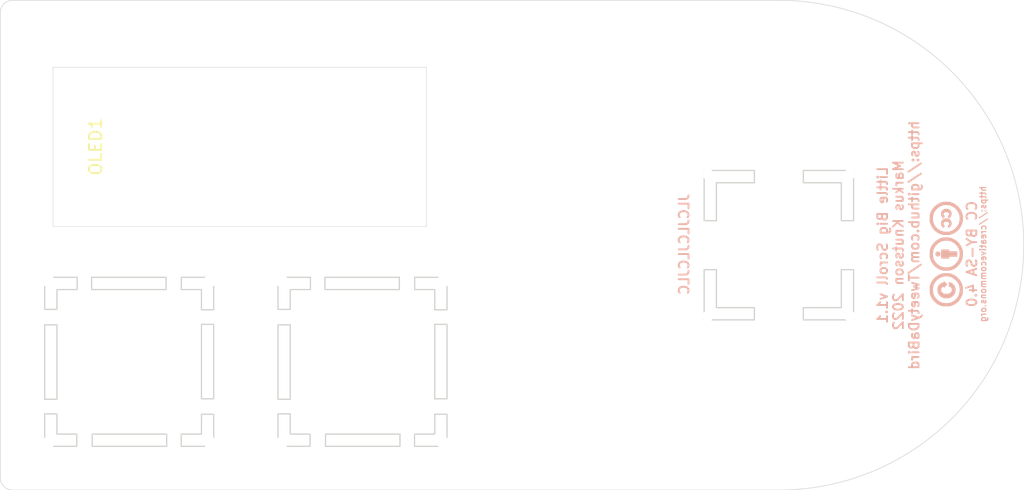
<source format=kicad_pcb>
(kicad_pcb (version 20171130) (host pcbnew "(5.1.9)-1")

  (general
    (thickness 1.6)
    (drawings 15)
    (tracks 0)
    (zones 0)
    (modules 9)
    (nets 1)
  )

  (page A4)
  (title_block
    (title "Little Big Scroll")
    (date 2021-11-30)
    (rev v1.0)
    (company "Markus Knutsson <markus.knutsson@tweety.se>")
    (comment 1 https://github.com/TweetyDaBird)
    (comment 2 "Licensed under Creative Commons Attribution-ShareAlike 4.0 International")
  )

  (layers
    (0 F.Cu signal)
    (31 B.Cu signal)
    (32 B.Adhes user hide)
    (33 F.Adhes user hide)
    (34 B.Paste user hide)
    (35 F.Paste user hide)
    (36 B.SilkS user)
    (37 F.SilkS user)
    (38 B.Mask user hide)
    (39 F.Mask user hide)
    (40 Dwgs.User user hide)
    (41 Cmts.User user hide)
    (42 Eco1.User user hide)
    (43 Eco2.User user hide)
    (44 Edge.Cuts user)
    (45 Margin user hide)
    (46 B.CrtYd user hide)
    (47 F.CrtYd user hide)
    (48 B.Fab user hide)
    (49 F.Fab user hide)
  )

  (setup
    (last_trace_width 0.25)
    (trace_clearance 0.2)
    (zone_clearance 0.508)
    (zone_45_only yes)
    (trace_min 0.2)
    (via_size 0.8)
    (via_drill 0.4)
    (via_min_size 0.4)
    (via_min_drill 0.3)
    (uvia_size 0.3)
    (uvia_drill 0.1)
    (uvias_allowed no)
    (uvia_min_size 0.2)
    (uvia_min_drill 0.1)
    (edge_width 0.05)
    (segment_width 0.2)
    (pcb_text_width 0.3)
    (pcb_text_size 1.5 1.5)
    (mod_edge_width 0.12)
    (mod_text_size 1 1)
    (mod_text_width 0.15)
    (pad_size 1.524 1.524)
    (pad_drill 0.762)
    (pad_to_mask_clearance 0)
    (aux_axis_origin 0 0)
    (visible_elements 7FFFFFFF)
    (pcbplotparams
      (layerselection 0x010fc_ffffffff)
      (usegerberextensions true)
      (usegerberattributes true)
      (usegerberadvancedattributes false)
      (creategerberjobfile false)
      (excludeedgelayer true)
      (linewidth 0.100000)
      (plotframeref false)
      (viasonmask false)
      (mode 1)
      (useauxorigin false)
      (hpglpennumber 1)
      (hpglpenspeed 20)
      (hpglpendiameter 15.000000)
      (psnegative false)
      (psa4output false)
      (plotreference true)
      (plotvalue false)
      (plotinvisibletext false)
      (padsonsilk false)
      (subtractmaskfromsilk true)
      (outputformat 1)
      (mirror false)
      (drillshape 0)
      (scaleselection 1)
      (outputdirectory "Gerbers/"))
  )

  (net 0 "")

  (net_class Default "This is the default net class."
    (clearance 0.2)
    (trace_width 0.25)
    (via_dia 0.8)
    (via_drill 0.4)
    (uvia_dia 0.3)
    (uvia_drill 0.1)
  )

  (net_class VCC ""
    (clearance 0.2)
    (trace_width 0.45)
    (via_dia 0.8)
    (via_drill 0.4)
    (uvia_dia 0.3)
    (uvia_drill 0.1)
  )

  (module "Keyboard Library:RotaryEncoder_PlateHole_Breakoff" (layer F.Cu) (tedit 61D60BF9) (tstamp 619F23CE)
    (at 219.38 111.555 90)
    (descr "Alps rotary encoder, EC12E... with switch, vertical shaft, http://www.alps.com/prod/info/E/HTML/Encoder/Incremental/EC11/EC11E15204A3.html")
    (tags "rotary encoder")
    (path /61F0CC2E)
    (fp_text reference SW7 (at -4.7 -7.2 -90) (layer F.Fab)
      (effects (font (size 1 1) (thickness 0.15)))
    )
    (fp_text value Rotary_Encoder_Switch (at 0 7.9 -90) (layer F.Fab)
      (effects (font (size 1 1) (thickness 0.15)))
    )
    (fp_line (start 2 -6.1) (end 6.1 -6.1) (layer Edge.Cuts) (width 0.1))
    (fp_line (start 2 -6.1) (end 2 -5.1) (layer Edge.Cuts) (width 0.1))
    (fp_line (start 2 -5.1) (end 5.1 -5.1) (layer Edge.Cuts) (width 0.1))
    (fp_line (start -2 -6.1) (end -6.1 -6.1) (layer Edge.Cuts) (width 0.1))
    (fp_line (start -2 -5.1) (end -5.1 -5.1) (layer Edge.Cuts) (width 0.1))
    (fp_line (start -2 -5.1) (end -2 -6.1) (layer Edge.Cuts) (width 0.1))
    (fp_line (start 2 5.1) (end 5.1 5.1) (layer Edge.Cuts) (width 0.1))
    (fp_line (start 2 6.1) (end 6.1 6.1) (layer Edge.Cuts) (width 0.1))
    (fp_line (start 2 5.1) (end 2 6.1) (layer Edge.Cuts) (width 0.1))
    (fp_line (start -2 5.1) (end -5.1 5.1) (layer Edge.Cuts) (width 0.1))
    (fp_line (start -2 6.1) (end -6.1 6.1) (layer Edge.Cuts) (width 0.1))
    (fp_line (start -2 6.1) (end -2 5.1) (layer Edge.Cuts) (width 0.1))
    (fp_line (start -5.1 2) (end -5.1 5.1) (layer Edge.Cuts) (width 0.1))
    (fp_line (start -6.1 2) (end -6.1 6.1) (layer Edge.Cuts) (width 0.1))
    (fp_line (start -5.1 2) (end -6.1 2) (layer Edge.Cuts) (width 0.1))
    (fp_line (start -5.1 -2) (end -5.1 -5.1) (layer Edge.Cuts) (width 0.1))
    (fp_line (start -6.1 -2) (end -6.1 -6.1) (layer Edge.Cuts) (width 0.1))
    (fp_line (start -6.1 -2) (end -5.1 -2) (layer Edge.Cuts) (width 0.1))
    (fp_line (start 5.1 -2) (end 6.1 -2) (layer Edge.Cuts) (width 0.1))
    (fp_line (start 6.1 2) (end 6.1 6.1) (layer Edge.Cuts) (width 0.1))
    (fp_line (start 6.1 -2) (end 6.1 -6.1) (layer Edge.Cuts) (width 0.1))
    (fp_line (start 5.1 2) (end 5.1 5.1) (layer Edge.Cuts) (width 0.1))
    (fp_line (start 6.1 2) (end 5.1 2) (layer Edge.Cuts) (width 0.1))
    (fp_line (start 5.1 -2) (end 5.1 -5.1) (layer Edge.Cuts) (width 0.1))
    (pad "" np_thru_hole circle (at -5.8 5.8) (size 0.9 0.9) (drill 0.9) (layers *.Cu *.Mask))
    (pad "" np_thru_hole circle (at -5.8 -5.8) (size 0.9 0.9) (drill 0.9) (layers *.Cu *.Mask))
    (pad "" np_thru_hole circle (at 5.8 -5.8) (size 0.9 0.9) (drill 0.9) (layers *.Cu *.Mask))
    (pad "" np_thru_hole circle (at 5.8 5.8) (size 0.9 0.9) (drill 0.9) (layers *.Cu *.Mask))
    (pad "" np_thru_hole circle (at 5.6 0 90) (size 0.9 0.9) (drill 0.9) (layers *.Cu *.Mask))
    (pad "" np_thru_hole circle (at 5.6 1.2 90) (size 0.9 0.9) (drill 0.9) (layers *.Cu *.Mask))
    (pad "" np_thru_hole circle (at 5.6 -1.2 90) (size 0.9 0.9) (drill 0.9) (layers *.Cu *.Mask))
    (pad "" np_thru_hole circle (at -5.6 1.2 270) (size 0.9 0.9) (drill 0.9) (layers *.Cu *.Mask))
    (pad "" np_thru_hole circle (at -5.6 0 270) (size 0.9 0.9) (drill 0.9) (layers *.Cu *.Mask))
    (pad "" np_thru_hole circle (at -5.6 -1.2 270) (size 0.9 0.9) (drill 0.9) (layers *.Cu *.Mask))
    (pad "" np_thru_hole circle (at 1.2 5.6) (size 0.9 0.9) (drill 0.9) (layers *.Cu *.Mask))
    (pad "" np_thru_hole circle (at 0 5.6) (size 0.9 0.9) (drill 0.9) (layers *.Cu *.Mask))
    (pad "" np_thru_hole circle (at -1.2 5.6) (size 0.9 0.9) (drill 0.9) (layers *.Cu *.Mask))
    (pad "" np_thru_hole circle (at 0 -5.6 180) (size 0.9 0.9) (drill 0.9) (layers *.Cu *.Mask))
    (pad "" np_thru_hole circle (at 1.2 -5.6 180) (size 0.9 0.9) (drill 0.9) (layers *.Cu *.Mask))
    (pad "" np_thru_hole circle (at -1.2 -5.6 180) (size 0.9 0.9) (drill 0.9) (layers *.Cu *.Mask))
    (model ${KISYS3DMOD}/Rotary_Encoder.3dshapes/RotaryEncoder_Alps_EC11E-Switch_Vertical_H20mm.wrl
      (at (xyz 0 0 0))
      (scale (xyz 1 1 1))
      (rotate (xyz 0 0 0))
    )
  )

  (module "Keyboard Library:Cherry_MX_Plate_Placeholder" (layer F.Cu) (tedit 5FDB0BD7) (tstamp 619F03E7)
    (at 185.38 121.08)
    (descr "MX-style keyswitch with reversible Kailh socket mount")
    (tags MX,cherry,gateron,kailh,pg1511,socket)
    (path /61F0A1A5)
    (fp_text reference SW4 (at 0 0) (layer F.SilkS) hide
      (effects (font (size 1.27 1.27) (thickness 0.15)))
    )
    (fp_text value SW_Push (at 0 0) (layer F.SilkS) hide
      (effects (font (size 1.27 1.27) (thickness 0.15)))
    )
    (fp_line (start -4.28 6.9) (end -4.28 5.9) (layer Edge.Cuts) (width 0.1))
    (fp_line (start 4.25 5.9) (end 5.9 5.9) (layer Edge.Cuts) (width 0.1))
    (fp_line (start 3.06 5.9) (end 3.06 6.9) (layer Edge.Cuts) (width 0.1))
    (fp_line (start 6.9 6.9) (end 4.25 6.9) (layer Edge.Cuts) (width 0.1))
    (fp_line (start -6.9 6.9) (end -4.28 6.9) (layer Edge.Cuts) (width 0.1))
    (fp_line (start -5.9 5.9) (end -4.28 5.9) (layer Edge.Cuts) (width 0.1))
    (fp_line (start 3.06 6.9) (end -3.02 6.9) (layer Edge.Cuts) (width 0.1))
    (fp_line (start -3.02 6.9) (end -3.018995 5.9) (layer Edge.Cuts) (width 0.1))
    (fp_line (start -3.018995 5.9) (end 3.06 5.9) (layer Edge.Cuts) (width 0.1))
    (fp_line (start 4.25 5.9) (end 4.25 6.9) (layer Edge.Cuts) (width 0.1))
    (fp_line (start -4.25 -5.9) (end -4.25 -6.9) (layer Edge.Cuts) (width 0.1))
    (fp_line (start 3.011005 -6.9) (end 3.01 -5.9) (layer Edge.Cuts) (width 0.1))
    (fp_line (start 5.9 -5.9) (end 4.26 -5.9) (layer Edge.Cuts) (width 0.1))
    (fp_line (start -3.07 -5.9) (end -3.07 -6.9) (layer Edge.Cuts) (width 0.1))
    (fp_line (start 3.011005 -6.9) (end -3.07 -6.9) (layer Edge.Cuts) (width 0.1))
    (fp_line (start -4.25 -5.9) (end -5.9 -5.9) (layer Edge.Cuts) (width 0.1))
    (fp_line (start 4.26 -6.9) (end 4.26 -5.9) (layer Edge.Cuts) (width 0.1))
    (fp_line (start 3.01 -5.9) (end -3.07 -5.9) (layer Edge.Cuts) (width 0.1))
    (fp_line (start -4.25 -6.9) (end -6.9 -6.9) (layer Edge.Cuts) (width 0.1))
    (fp_line (start 6.9 -6.9) (end 4.26 -6.9) (layer Edge.Cuts) (width 0.1))
    (fp_line (start -6.9 -3.02) (end -5.9 -3.018995) (layer Edge.Cuts) (width 0.1))
    (fp_line (start -5.9 -3.018995) (end -5.9 3.06) (layer Edge.Cuts) (width 0.1))
    (fp_line (start -6.9 -6.9) (end -6.9 -4.28) (layer Edge.Cuts) (width 0.1))
    (fp_line (start -5.9 3.06) (end -6.9 3.06) (layer Edge.Cuts) (width 0.1))
    (fp_line (start -6.9 3.06) (end -6.9 -3.02) (layer Edge.Cuts) (width 0.1))
    (fp_line (start -6.9 -4.28) (end -5.9 -4.28) (layer Edge.Cuts) (width 0.1))
    (fp_line (start -5.9 4.25) (end -5.9 5.9) (layer Edge.Cuts) (width 0.1))
    (fp_line (start -6.9 6.9) (end -6.9 4.25) (layer Edge.Cuts) (width 0.1))
    (fp_line (start -5.9 -5.9) (end -5.9 -4.28) (layer Edge.Cuts) (width 0.1))
    (fp_line (start -5.9 4.25) (end -6.9 4.25) (layer Edge.Cuts) (width 0.1))
    (fp_line (start 5.9 -4.25) (end 5.9 -5.9) (layer Edge.Cuts) (width 0.1))
    (fp_line (start 5.9 -3.06) (end 6.9 -3.06) (layer Edge.Cuts) (width 0.1))
    (fp_line (start 6.9 3.02) (end 5.9 3.018995) (layer Edge.Cuts) (width 0.1))
    (fp_line (start 6.9 4.28) (end 5.9 4.28) (layer Edge.Cuts) (width 0.1))
    (fp_line (start 6.9 -6.9) (end 6.9 -4.25) (layer Edge.Cuts) (width 0.1))
    (fp_line (start 5.9 -4.25) (end 6.9 -4.25) (layer Edge.Cuts) (width 0.1))
    (fp_line (start 6.9 -3.06) (end 6.9 3.02) (layer Edge.Cuts) (width 0.1))
    (fp_line (start 5.9 3.018995) (end 5.9 -3.06) (layer Edge.Cuts) (width 0.1))
    (fp_line (start 6.9 6.9) (end 6.9 4.28) (layer Edge.Cuts) (width 0.1))
    (fp_line (start 5.9 5.9) (end 5.9 4.28) (layer Edge.Cuts) (width 0.1))
    (pad "" np_thru_hole circle (at 6.4 -3.6576) (size 0.8 0.8) (drill 0.8) (layers *.Cu *.Mask))
    (pad "" np_thru_hole circle (at 6.4 3.6576) (size 0.8 0.8) (drill 0.8) (layers *.Cu *.Mask))
    (pad "" np_thru_hole circle (at -6.4 -3.6576 180) (size 0.8 0.8) (drill 0.8) (layers *.Cu *.Mask))
    (pad "" np_thru_hole circle (at -6.4 3.6576 180) (size 0.8 0.8) (drill 0.8) (layers *.Cu *.Mask))
    (pad "" np_thru_hole circle (at -3.6576 -6.4 90) (size 0.8 0.8) (drill 0.8) (layers *.Cu *.Mask))
    (pad "" np_thru_hole circle (at 3.6576 -6.4 90) (size 0.8 0.8) (drill 0.8) (layers *.Cu *.Mask))
    (pad "" np_thru_hole circle (at -6.5786 -6.5786) (size 1 1) (drill 1) (layers *.Cu *.Mask))
    (pad "" np_thru_hole circle (at 6.5786 -6.5786) (size 1 1) (drill 1) (layers *.Cu *.Mask))
    (pad "" np_thru_hole circle (at 6.5786 6.5786) (size 1 1) (drill 1) (layers *.Cu *.Mask))
    (pad "" np_thru_hole circle (at -6.5786 6.5786) (size 1 1) (drill 1) (layers *.Cu *.Mask))
    (pad "" np_thru_hole circle (at -3.6576 6.4 270) (size 0.8 0.8) (drill 0.8) (layers *.Cu *.Mask))
    (pad "" np_thru_hole circle (at 3.6576 6.4 270) (size 0.8 0.8) (drill 0.8) (layers *.Cu *.Mask))
  )

  (module "Keyboard Library:Cherry_MX_Plate_Placeholder" (layer F.Cu) (tedit 5FDB0BD7) (tstamp 619F03AC)
    (at 166.33 121.08)
    (descr "MX-style keyswitch with reversible Kailh socket mount")
    (tags MX,cherry,gateron,kailh,pg1511,socket)
    (path /61F08FF4)
    (fp_text reference SW3 (at 0 0) (layer F.SilkS) hide
      (effects (font (size 1.27 1.27) (thickness 0.15)))
    )
    (fp_text value SW_Push (at 0 0) (layer F.SilkS) hide
      (effects (font (size 1.27 1.27) (thickness 0.15)))
    )
    (fp_line (start -4.28 6.9) (end -4.28 5.9) (layer Edge.Cuts) (width 0.1))
    (fp_line (start 4.25 5.9) (end 5.9 5.9) (layer Edge.Cuts) (width 0.1))
    (fp_line (start 3.06 5.9) (end 3.06 6.9) (layer Edge.Cuts) (width 0.1))
    (fp_line (start 6.9 6.9) (end 4.25 6.9) (layer Edge.Cuts) (width 0.1))
    (fp_line (start -6.9 6.9) (end -4.28 6.9) (layer Edge.Cuts) (width 0.1))
    (fp_line (start -5.9 5.9) (end -4.28 5.9) (layer Edge.Cuts) (width 0.1))
    (fp_line (start 3.06 6.9) (end -3.02 6.9) (layer Edge.Cuts) (width 0.1))
    (fp_line (start -3.02 6.9) (end -3.018995 5.9) (layer Edge.Cuts) (width 0.1))
    (fp_line (start -3.018995 5.9) (end 3.06 5.9) (layer Edge.Cuts) (width 0.1))
    (fp_line (start 4.25 5.9) (end 4.25 6.9) (layer Edge.Cuts) (width 0.1))
    (fp_line (start -4.25 -5.9) (end -4.25 -6.9) (layer Edge.Cuts) (width 0.1))
    (fp_line (start 3.011005 -6.9) (end 3.01 -5.9) (layer Edge.Cuts) (width 0.1))
    (fp_line (start 5.9 -5.9) (end 4.26 -5.9) (layer Edge.Cuts) (width 0.1))
    (fp_line (start -3.07 -5.9) (end -3.07 -6.9) (layer Edge.Cuts) (width 0.1))
    (fp_line (start 3.011005 -6.9) (end -3.07 -6.9) (layer Edge.Cuts) (width 0.1))
    (fp_line (start -4.25 -5.9) (end -5.9 -5.9) (layer Edge.Cuts) (width 0.1))
    (fp_line (start 4.26 -6.9) (end 4.26 -5.9) (layer Edge.Cuts) (width 0.1))
    (fp_line (start 3.01 -5.9) (end -3.07 -5.9) (layer Edge.Cuts) (width 0.1))
    (fp_line (start -4.25 -6.9) (end -6.9 -6.9) (layer Edge.Cuts) (width 0.1))
    (fp_line (start 6.9 -6.9) (end 4.26 -6.9) (layer Edge.Cuts) (width 0.1))
    (fp_line (start -6.9 -3.02) (end -5.9 -3.018995) (layer Edge.Cuts) (width 0.1))
    (fp_line (start -5.9 -3.018995) (end -5.9 3.06) (layer Edge.Cuts) (width 0.1))
    (fp_line (start -6.9 -6.9) (end -6.9 -4.28) (layer Edge.Cuts) (width 0.1))
    (fp_line (start -5.9 3.06) (end -6.9 3.06) (layer Edge.Cuts) (width 0.1))
    (fp_line (start -6.9 3.06) (end -6.9 -3.02) (layer Edge.Cuts) (width 0.1))
    (fp_line (start -6.9 -4.28) (end -5.9 -4.28) (layer Edge.Cuts) (width 0.1))
    (fp_line (start -5.9 4.25) (end -5.9 5.9) (layer Edge.Cuts) (width 0.1))
    (fp_line (start -6.9 6.9) (end -6.9 4.25) (layer Edge.Cuts) (width 0.1))
    (fp_line (start -5.9 -5.9) (end -5.9 -4.28) (layer Edge.Cuts) (width 0.1))
    (fp_line (start -5.9 4.25) (end -6.9 4.25) (layer Edge.Cuts) (width 0.1))
    (fp_line (start 5.9 -4.25) (end 5.9 -5.9) (layer Edge.Cuts) (width 0.1))
    (fp_line (start 5.9 -3.06) (end 6.9 -3.06) (layer Edge.Cuts) (width 0.1))
    (fp_line (start 6.9 3.02) (end 5.9 3.018995) (layer Edge.Cuts) (width 0.1))
    (fp_line (start 6.9 4.28) (end 5.9 4.28) (layer Edge.Cuts) (width 0.1))
    (fp_line (start 6.9 -6.9) (end 6.9 -4.25) (layer Edge.Cuts) (width 0.1))
    (fp_line (start 5.9 -4.25) (end 6.9 -4.25) (layer Edge.Cuts) (width 0.1))
    (fp_line (start 6.9 -3.06) (end 6.9 3.02) (layer Edge.Cuts) (width 0.1))
    (fp_line (start 5.9 3.018995) (end 5.9 -3.06) (layer Edge.Cuts) (width 0.1))
    (fp_line (start 6.9 6.9) (end 6.9 4.28) (layer Edge.Cuts) (width 0.1))
    (fp_line (start 5.9 5.9) (end 5.9 4.28) (layer Edge.Cuts) (width 0.1))
    (pad "" np_thru_hole circle (at 6.4 -3.6576) (size 0.8 0.8) (drill 0.8) (layers *.Cu *.Mask))
    (pad "" np_thru_hole circle (at 6.4 3.6576) (size 0.8 0.8) (drill 0.8) (layers *.Cu *.Mask))
    (pad "" np_thru_hole circle (at -6.4 -3.6576 180) (size 0.8 0.8) (drill 0.8) (layers *.Cu *.Mask))
    (pad "" np_thru_hole circle (at -6.4 3.6576 180) (size 0.8 0.8) (drill 0.8) (layers *.Cu *.Mask))
    (pad "" np_thru_hole circle (at -3.6576 -6.4 90) (size 0.8 0.8) (drill 0.8) (layers *.Cu *.Mask))
    (pad "" np_thru_hole circle (at 3.6576 -6.4 90) (size 0.8 0.8) (drill 0.8) (layers *.Cu *.Mask))
    (pad "" np_thru_hole circle (at -6.5786 -6.5786) (size 1 1) (drill 1) (layers *.Cu *.Mask))
    (pad "" np_thru_hole circle (at 6.5786 -6.5786) (size 1 1) (drill 1) (layers *.Cu *.Mask))
    (pad "" np_thru_hole circle (at 6.5786 6.5786) (size 1 1) (drill 1) (layers *.Cu *.Mask))
    (pad "" np_thru_hole circle (at -6.5786 6.5786) (size 1 1) (drill 1) (layers *.Cu *.Mask))
    (pad "" np_thru_hole circle (at -3.6576 6.4 270) (size 0.8 0.8) (drill 0.8) (layers *.Cu *.Mask))
    (pad "" np_thru_hole circle (at 3.6576 6.4 270) (size 0.8 0.8) (drill 0.8) (layers *.Cu *.Mask))
  )

  (module "Keyboard Library:CC_BY_SA_40" (layer B.Cu) (tedit 61A8945C) (tstamp 61A8F649)
    (at 232.98 112.32 270)
    (path /61A8A884)
    (fp_text reference Lic1 (at -0.24 2.42 270) (layer B.Fab) hide
      (effects (font (size 0.8 0.8) (thickness 0.15)) (justify mirror))
    )
    (fp_text value CC-BY-SA_4.0 (at -0.19 3.93 270) (layer B.Fab)
      (effects (font (size 0.8 0.8) (thickness 0.15)) (justify mirror))
    )
    (fp_poly (pts (xy -2.889956 1.279658) (xy -2.836071 1.279349) (xy -2.792615 1.278689) (xy -2.757545 1.277578)
      (xy -2.728818 1.275918) (xy -2.704393 1.273608) (xy -2.682225 1.270551) (xy -2.660274 1.266646)
      (xy -2.651511 1.264909) (xy -2.529263 1.232956) (xy -2.408913 1.187364) (xy -2.291811 1.128995)
      (xy -2.17931 1.058713) (xy -2.072758 0.977383) (xy -1.973507 0.885868) (xy -1.882906 0.785033)
      (xy -1.863753 0.761023) (xy -1.788117 0.652511) (xy -1.723004 0.53485) (xy -1.669125 0.409587)
      (xy -1.62719 0.278269) (xy -1.610973 0.211049) (xy -1.60628 0.180323) (xy -1.602522 0.137696)
      (xy -1.599698 0.085754) (xy -1.597805 0.027081) (xy -1.596841 -0.03574) (xy -1.596803 -0.100123)
      (xy -1.597689 -0.163485) (xy -1.599498 -0.223241) (xy -1.602226 -0.276808) (xy -1.605871 -0.321601)
      (xy -1.610431 -0.355035) (xy -1.611486 -0.360286) (xy -1.64833 -0.497154) (xy -1.697853 -0.626971)
      (xy -1.760018 -0.749671) (xy -1.834791 -0.86519) (xy -1.922136 -0.973461) (xy -1.977197 -1.031573)
      (xy -2.017604 -1.070411) (xy -2.05742 -1.105987) (xy -2.094141 -1.136204) (xy -2.125263 -1.158966)
      (xy -2.140582 -1.168378) (xy -2.153333 -1.17599) (xy -2.174837 -1.189472) (xy -2.201731 -1.206696)
      (xy -2.2222 -1.219995) (xy -2.310664 -1.27199) (xy -2.408928 -1.319453) (xy -2.512533 -1.360573)
      (xy -2.617024 -1.393538) (xy -2.695054 -1.41218) (xy -2.720194 -1.416909) (xy -2.74449 -1.420516)
      (xy -2.770395 -1.423134) (xy -2.800359 -1.424896) (xy -2.836835 -1.425933) (xy -2.882273 -1.426378)
      (xy -2.939125 -1.426364) (xy -2.956311 -1.426301) (xy -3.02893 -1.425541) (xy -3.090934 -1.423942)
      (xy -3.141262 -1.421549) (xy -3.178851 -1.418409) (xy -3.196061 -1.415968) (xy -3.315957 -1.387364)
      (xy -3.43614 -1.345794) (xy -3.553692 -1.292449) (xy -3.665697 -1.228517) (xy -3.682904 -1.217388)
      (xy -3.710295 -1.199588) (xy -3.733078 -1.185202) (xy -3.748635 -1.175855) (xy -3.754231 -1.173086)
      (xy -3.76255 -1.168486) (xy -3.779222 -1.155996) (xy -3.801941 -1.137581) (xy -3.828405 -1.115206)
      (xy -3.85631 -1.090837) (xy -3.883353 -1.066438) (xy -3.907229 -1.043976) (xy -3.917738 -1.033602)
      (xy -4.01181 -0.928846) (xy -4.093833 -0.816656) (xy -4.164092 -0.696517) (xy -4.222875 -0.567913)
      (xy -4.270467 -0.43033) (xy -4.287751 -0.367543) (xy -4.292499 -0.347545) (xy -4.296273 -0.327546)
      (xy -4.299223 -0.30543) (xy -4.301496 -0.27908) (xy -4.303243 -0.246382) (xy -4.304611 -0.205217)
      (xy -4.305751 -0.153471) (xy -4.30666 -0.099029) (xy -4.3071 -0.068537) (xy -4.047591 -0.068537)
      (xy -4.041307 -0.190295) (xy -4.021376 -0.310203) (xy -3.988105 -0.426751) (xy -3.941798 -0.53843)
      (xy -3.907348 -0.6034) (xy -3.852121 -0.690668) (xy -3.791283 -0.770045) (xy -3.722657 -0.843862)
      (xy -3.644069 -0.914445) (xy -3.553342 -0.984124) (xy -3.548075 -0.987892) (xy -3.510451 -1.012046)
      (xy -3.463154 -1.038394) (xy -3.410392 -1.064888) (xy -3.356376 -1.089484) (xy -3.305315 -1.110137)
      (xy -3.27434 -1.120912) (xy -3.192173 -1.141907) (xy -3.100565 -1.156307) (xy -3.003126 -1.163866)
      (xy -2.903466 -1.164341) (xy -2.805194 -1.157487) (xy -2.779827 -1.154409) (xy -2.689657 -1.13874)
      (xy -2.606875 -1.116033) (xy -2.525331 -1.08449) (xy -2.497971 -1.07199) (xy -2.386123 -1.011803)
      (xy -2.28226 -0.941085) (xy -2.187447 -0.860864) (xy -2.102745 -0.77217) (xy -2.02922 -0.676032)
      (xy -1.967933 -0.573478) (xy -1.953871 -0.545343) (xy -1.934342 -0.501183) (xy -1.915189 -0.451741)
      (xy -1.897893 -0.401377) (xy -1.883936 -0.354454) (xy -1.874798 -0.315332) (xy -1.873784 -0.309486)
      (xy -1.869829 -0.286091) (xy -1.866255 -0.266756) (xy -1.865337 -0.262314) (xy -1.862637 -0.242058)
      (xy -1.86048 -0.210361) (xy -1.858895 -0.170287) (xy -1.85791 -0.124899) (xy -1.857555 -0.077263)
      (xy -1.857859 -0.030441) (xy -1.858852 0.012502) (xy -1.860561 0.048501) (xy -1.862196 0.067886)
      (xy -1.882337 0.185826) (xy -1.91622 0.300875) (xy -1.963162 0.411751) (xy -2.022478 0.517175)
      (xy -2.093488 0.615867) (xy -2.175507 0.706545) (xy -2.229457 0.756347) (xy -2.320078 0.828988)
      (xy -2.409269 0.888728) (xy -2.499173 0.936356) (xy -2.591932 0.97266) (xy -2.689689 0.998429)
      (xy -2.794588 1.01445) (xy -2.90877 1.021513) (xy -2.951543 1.022014) (xy -3.060483 1.018472)
      (xy -3.159227 1.007461) (xy -3.250321 0.988462) (xy -3.336311 0.960957) (xy -3.412371 0.928048)
      (xy -3.51939 0.868076) (xy -3.619747 0.796013) (xy -3.712336 0.713176) (xy -3.796051 0.620884)
      (xy -3.869787 0.520453) (xy -3.932438 0.413202) (xy -3.982898 0.300447) (xy -4.011907 0.213661)
      (xy -4.017878 0.192279) (xy -4.022503 0.173607) (xy -4.026368 0.154293) (xy -4.030059 0.130986)
      (xy -4.034164 0.100336) (xy -4.039268 0.058991) (xy -4.039926 0.053562) (xy -4.047591 -0.068537)
      (xy -4.3071 -0.068537) (xy -4.307538 -0.038192) (xy -4.308021 0.010446) (xy -4.307991 0.0492)
      (xy -4.307328 0.080382) (xy -4.305914 0.106306) (xy -4.303628 0.129286) (xy -4.300353 0.151635)
      (xy -4.295969 0.175666) (xy -4.291323 0.198938) (xy -4.257096 0.331441) (xy -4.209366 0.459527)
      (xy -4.148678 0.582433) (xy -4.075575 0.699397) (xy -3.990602 0.809657) (xy -3.894302 0.912448)
      (xy -3.78722 1.007009) (xy -3.6699 1.092577) (xy -3.640102 1.111803) (xy -3.563701 1.154807)
      (xy -3.477688 1.194409) (xy -3.386888 1.228685) (xy -3.296129 1.255711) (xy -3.254677 1.2654)
      (xy -3.233819 1.26947) (xy -3.212775 1.272697) (xy -3.189555 1.275176) (xy -3.162173 1.277004)
      (xy -3.12864 1.278275) (xy -3.086969 1.279086) (xy -3.035172 1.27953) (xy -2.971261 1.279704)
      (xy -2.956311 1.279715) (xy -2.889956 1.279658)) (layer B.SilkS) (width 0.01))
    (fp_poly (pts (xy 0.026093 1.279569) (xy 0.08757 1.278896) (xy 0.13898 1.277462) (xy 0.182545 1.275036)
      (xy 0.220489 1.271384) (xy 0.255032 1.266274) (xy 0.288397 1.259472) (xy 0.322806 1.250746)
      (xy 0.360483 1.239863) (xy 0.375139 1.235413) (xy 0.461392 1.205654) (xy 0.543829 1.169924)
      (xy 0.625625 1.126581) (xy 0.709954 1.073985) (xy 0.775 1.02876) (xy 0.811688 1.000214)
      (xy 0.853513 0.964304) (xy 0.897507 0.923893) (xy 0.940697 0.881842) (xy 0.980114 0.841013)
      (xy 1.012785 0.804267) (xy 1.028549 0.784529) (xy 1.048709 0.757774) (xy 1.07054 0.728986)
      (xy 1.08001 0.716569) (xy 1.120058 0.65844) (xy 1.16002 0.589878) (xy 1.197981 0.514846)
      (xy 1.23203 0.437309) (xy 1.260251 0.361231) (xy 1.275171 0.312228) (xy 1.286862 0.26796)
      (xy 1.296175 0.22843) (xy 1.303334 0.191191) (xy 1.308563 0.153794) (xy 1.312086 0.113792)
      (xy 1.314127 0.068737) (xy 1.314909 0.016182) (xy 1.314656 -0.046321) (xy 1.313782 -0.109914)
      (xy 1.312685 -0.172079) (xy 1.311546 -0.221931) (xy 1.310195 -0.261673) (xy 1.308464 -0.293506)
      (xy 1.306183 -0.319633) (xy 1.303182 -0.342255) (xy 1.299294 -0.363573) (xy 1.294348 -0.38579)
      (xy 1.291756 -0.396572) (xy 1.252961 -0.528941) (xy 1.202989 -0.652584) (xy 1.141144 -0.768817)
      (xy 1.066728 -0.878957) (xy 0.982277 -0.980772) (xy 0.903633 -1.059058) (xy 0.813629 -1.134259)
      (xy 0.715377 -1.204355) (xy 0.611993 -1.267329) (xy 0.506589 -1.321164) (xy 0.402281 -1.363842)
      (xy 0.378443 -1.371976) (xy 0.327918 -1.387846) (xy 0.282176 -1.400421) (xy 0.238471 -1.410053)
      (xy 0.194059 -1.41709) (xy 0.146194 -1.421884) (xy 0.092131 -1.424784) (xy 0.029124 -1.426142)
      (xy -0.045572 -1.426307) (xy -0.04724 -1.426301) (xy -0.128041 -1.425472) (xy -0.19451 -1.423702)
      (xy -0.246601 -1.420991) (xy -0.284271 -1.417341) (xy -0.2953 -1.415617) (xy -0.394 -1.392362)
      (xy -0.496328 -1.358599) (xy -0.598166 -1.316092) (xy -0.695395 -1.266605) (xy -0.783897 -1.211905)
      (xy -0.804401 -1.197459) (xy -0.823498 -1.184209) (xy -0.837819 -1.175357) (xy -0.843071 -1.173086)
      (xy -0.851904 -1.168436) (xy -0.86907 -1.155762) (xy -0.892327 -1.136976) (xy -0.91943 -1.113992)
      (xy -0.948133 -1.088723) (xy -0.976194 -1.063082) (xy -1.001367 -1.038982) (xy -1.007082 -1.033285)
      (xy -1.103242 -0.926524) (xy -1.187232 -0.812358) (xy -1.258687 -0.691445) (xy -1.317243 -0.564441)
      (xy -1.362535 -0.432002) (xy -1.380933 -0.360286) (xy -1.385112 -0.334126) (xy -1.388799 -0.296048)
      (xy -1.391941 -0.24864) (xy -1.394486 -0.194492) (xy -1.396383 -0.136193) (xy -1.397578 -0.076332)
      (xy -1.397733 -0.055579) (xy -1.137628 -0.055579) (xy -1.135808 -0.150235) (xy -1.12745 -0.241235)
      (xy -1.112556 -0.324795) (xy -1.103542 -0.359585) (xy -1.062221 -0.476464) (xy -1.00787 -0.58808)
      (xy -0.941328 -0.693444) (xy -0.863435 -0.79157) (xy -0.77503 -0.881467) (xy -0.676952 -0.962149)
      (xy -0.570043 -1.032627) (xy -0.498935 -1.071144) (xy -0.423026 -1.10535) (xy -0.349576 -1.130146)
      (xy -0.272175 -1.14749) (xy -0.226486 -1.154446) (xy -0.157341 -1.16262) (xy -0.096707 -1.167401)
      (xy -0.039944 -1.16878) (xy 0.017586 -1.166748) (xy 0.080523 -1.161295) (xy 0.143629 -1.153717)
      (xy 0.235013 -1.137536) (xy 0.321391 -1.113058) (xy 0.405092 -1.079237) (xy 0.488447 -1.035026)
      (xy 0.573785 -0.97938) (xy 0.637114 -0.932154) (xy 0.735463 -0.846802) (xy 0.821768 -0.753814)
      (xy 0.895701 -0.653568) (xy 0.936661 -0.585257) (xy 0.966594 -0.523978) (xy 0.993946 -0.455129)
      (xy 1.01719 -0.383441) (xy 1.034799 -0.313646) (xy 1.045248 -0.250475) (xy 1.045532 -0.2478)
      (xy 1.048525 -0.207285) (xy 1.050298 -0.158109) (xy 1.050918 -0.103394) (xy 1.050449 -0.046264)
      (xy 1.048958 0.010156) (xy 1.04651 0.062745) (xy 1.043171 0.108379) (xy 1.039007 0.143933)
      (xy 1.037056 0.154971) (xy 1.006424 0.269003) (xy 0.962547 0.379421) (xy 0.906488 0.485025)
      (xy 0.839315 0.584615) (xy 0.762094 0.676991) (xy 0.67589 0.760951) (xy 0.581769 0.835297)
      (xy 0.480798 0.898828) (xy 0.374041 0.950343) (xy 0.309339 0.974426) (xy 0.237381 0.99385)
      (xy 0.155918 1.008139) (xy 0.068039 1.017287) (xy -0.023167 1.021285) (xy -0.11461 1.020127)
      (xy -0.203202 1.013805) (xy -0.285853 1.002311) (xy -0.359475 0.985638) (xy -0.389771 0.976118)
      (xy -0.495295 0.932043) (xy -0.598257 0.87488) (xy -0.696805 0.80604) (xy -0.789085 0.726932)
      (xy -0.873244 0.638967) (xy -0.934558 0.561678) (xy -0.973951 0.502) (xy -1.012462 0.433814)
      (xy -1.047894 0.361656) (xy -1.078047 0.29006) (xy -1.100723 0.223562) (xy -1.103845 0.212467)
      (xy -1.121649 0.129557) (xy -1.13291 0.038946) (xy -1.137628 -0.055579) (xy -1.397733 -0.055579)
      (xy -1.398019 -0.017497) (xy -1.397655 0.037721) (xy -1.396433 0.086734) (xy -1.3943 0.126954)
      (xy -1.391334 0.154971) (xy -1.381584 0.208002) (xy -1.368503 0.265798) (xy -1.353475 0.322916)
      (xy -1.337886 0.373913) (xy -1.329922 0.396455) (xy -1.311559 0.441003) (xy -1.288259 0.491075)
      (xy -1.261604 0.543812) (xy -1.233172 0.596353) (xy -1.204544 0.645838) (xy -1.177299 0.689406)
      (xy -1.153018 0.724196) (xy -1.140087 0.740169) (xy -1.129829 0.752403) (xy -1.113302 0.772796)
      (xy -1.093155 0.798059) (xy -1.07986 0.814916) (xy -1.012793 0.891097) (xy -0.933816 0.964993)
      (xy -0.845523 1.034818) (xy -0.750511 1.098784) (xy -0.651374 1.155103) (xy -0.550707 1.201989)
      (xy -0.47882 1.228874) (xy -0.437691 1.24221) (xy -0.400986 1.253002) (xy -0.366448 1.261517)
      (xy -0.331822 1.26802) (xy -0.294853 1.272778) (xy -0.253284 1.276056) (xy -0.204859 1.27812)
      (xy -0.147324 1.279237) (xy -0.078421 1.279672) (xy -0.047673 1.279715) (xy 0.026093 1.279569)) (layer B.SilkS) (width 0.01))
    (fp_poly (pts (xy 2.94454 1.279734) (xy 2.997844 1.279382) (xy 3.040793 1.278668) (xy 3.075465 1.27749)
      (xy 3.103939 1.275743) (xy 3.128293 1.273323) (xy 3.150607 1.270128) (xy 3.172958 1.266054)
      (xy 3.178832 1.264879) (xy 3.280827 1.239555) (xy 3.37985 1.205195) (xy 3.477926 1.160839)
      (xy 3.577084 1.105527) (xy 3.679351 1.038301) (xy 3.720587 1.008594) (xy 3.764433 0.972956)
      (xy 3.813203 0.92767) (xy 3.864367 0.875543) (xy 3.9154 0.819382) (xy 3.963771 0.761994)
      (xy 4.006953 0.706186) (xy 4.042417 0.654765) (xy 4.049469 0.643437) (xy 4.073843 0.600336)
      (xy 4.100282 0.548614) (xy 4.126601 0.492966) (xy 4.15062 0.438088) (xy 4.170155 0.388675)
      (xy 4.177039 0.369057) (xy 4.190613 0.326737) (xy 4.201613 0.288304) (xy 4.210301 0.2515)
      (xy 4.216941 0.214067) (xy 4.221796 0.173748) (xy 4.225128 0.128283) (xy 4.227202 0.075416)
      (xy 4.228279 0.012888) (xy 4.228624 -0.061558) (xy 4.228629 -0.073629) (xy 4.228533 -0.140084)
      (xy 4.228179 -0.194058) (xy 4.227471 -0.237582) (xy 4.226309 -0.272687) (xy 4.224596 -0.301405)
      (xy 4.222233 -0.325767) (xy 4.219124 -0.347805) (xy 4.215169 -0.369551) (xy 4.214104 -0.374853)
      (xy 4.181174 -0.501314) (xy 4.134702 -0.623636) (xy 4.074509 -0.742168) (xy 4.000416 -0.857262)
      (xy 3.913129 -0.968243) (xy 3.865764 -1.021024) (xy 3.819902 -1.066771) (xy 3.771836 -1.108724)
      (xy 3.717857 -1.150123) (xy 3.655314 -1.193502) (xy 3.537108 -1.265438) (xy 3.415141 -1.326069)
      (xy 3.291613 -1.374416) (xy 3.169086 -1.409419) (xy 3.143138 -1.413562) (xy 3.105199 -1.417132)
      (xy 3.057782 -1.420095) (xy 3.003401 -1.422419) (xy 2.944569 -1.424071) (xy 2.8838 -1.425019)
      (xy 2.823606 -1.42523) (xy 2.7665 -1.424672) (xy 2.714997 -1.423311) (xy 2.671609 -1.421117)
      (xy 2.63885 -1.418055) (xy 2.628429 -1.416421) (xy 2.5248 -1.392008) (xy 2.420898 -1.358602)
      (xy 2.320366 -1.31768) (xy 2.22685 -1.270721) (xy 2.146827 -1.221172) (xy 2.121409 -1.203657)
      (xy 2.099551 -1.188742) (xy 2.084728 -1.178792) (xy 2.081518 -1.176714) (xy 2.045777 -1.151402)
      (xy 2.00386 -1.116977) (xy 1.958354 -1.075898) (xy 1.911847 -1.030622) (xy 1.866926 -0.983609)
      (xy 1.826178 -0.937315) (xy 1.814169 -0.922714) (xy 1.729674 -0.807064) (xy 1.65867 -0.686399)
      (xy 1.601274 -0.560962) (xy 1.557601 -0.430992) (xy 1.538477 -0.353029) (xy 1.533703 -0.321569)
      (xy 1.52988 -0.278251) (xy 1.527009 -0.2257) (xy 1.52509 -0.166539) (xy 1.524121 -0.103395)
      (xy 1.524113 -0.07) (xy 1.779914 -0.07) (xy 1.784222 -0.186908) (xy 1.797643 -0.294046)
      (xy 1.820527 -0.393215) (xy 1.853219 -0.486212) (xy 1.866033 -0.515448) (xy 1.886278 -0.55478)
      (xy 1.913038 -0.599899) (xy 1.944554 -0.648414) (xy 1.979065 -0.697934) (xy 2.014813 -0.746069)
      (xy 2.050037 -0.790428) (xy 2.082976 -0.82862) (xy 2.111873 -0.858255) (xy 2.129228 -0.872983)
      (xy 2.149999 -0.889187) (xy 2.175102 -0.909892) (xy 2.193 -0.925286) (xy 2.270086 -0.985781)
      (xy 2.355185 -1.039445) (xy 2.445147 -1.084748) (xy 2.536824 -1.120163) (xy 2.627065 -1.14416)
      (xy 2.653829 -1.148974) (xy 2.75161 -1.161792) (xy 2.842501 -1.16764) (xy 2.9323 -1.166591)
      (xy 3.026807 -1.158718) (xy 3.063857 -1.154126) (xy 3.170228 -1.133737) (xy 3.271561 -1.101222)
      (xy 3.370293 -1.055696) (xy 3.431601 -1.020341) (xy 3.470763 -0.994465) (xy 3.516233 -0.961899)
      (xy 3.563739 -0.92589) (xy 3.609009 -0.889683) (xy 3.647769 -0.856525) (xy 3.650766 -0.853826)
      (xy 3.680189 -0.824054) (xy 3.714515 -0.784139) (xy 3.751755 -0.736708) (xy 3.789917 -0.68439)
      (xy 3.827012 -0.629814) (xy 3.859613 -0.578) (xy 3.870707 -0.556582) (xy 3.88457 -0.525518)
      (xy 3.899532 -0.48898) (xy 3.913924 -0.45114) (xy 3.926076 -0.41617) (xy 3.931739 -0.397806)
      (xy 3.948148 -0.326927) (xy 3.960235 -0.245975) (xy 3.967815 -0.158791) (xy 3.970701 -0.069215)
      (xy 3.968708 0.018914) (xy 3.961649 0.101755) (xy 3.957402 0.132318) (xy 3.932407 0.245264)
      (xy 3.893532 0.354846) (xy 3.841152 0.460428) (xy 3.775644 0.561372) (xy 3.697383 0.657039)
      (xy 3.606745 0.746794) (xy 3.582743 0.767768) (xy 3.482858 0.844782) (xy 3.379736 0.908333)
      (xy 3.274044 0.958034) (xy 3.219886 0.977754) (xy 3.146911 0.996993) (xy 3.064011 1.010684)
      (xy 2.974381 1.018859) (xy 2.881218 1.02155) (xy 2.787718 1.018789) (xy 2.697078 1.010608)
      (xy 2.612494 0.99704) (xy 2.537162 0.978115) (xy 2.514811 0.970677) (xy 2.466472 0.9513)
      (xy 2.413255 0.926489) (xy 2.359916 0.898712) (xy 2.311209 0.870439) (xy 2.273842 0.845574)
      (xy 2.237189 0.817492) (xy 2.197301 0.784762) (xy 2.156753 0.749704) (xy 2.118119 0.714642)
      (xy 2.083974 0.681898) (xy 2.05689 0.653794) (xy 2.042599 0.636947) (xy 1.977085 0.547989)
      (xy 1.922546 0.465347) (xy 1.878174 0.386854) (xy 1.843166 0.310343) (xy 1.816716 0.233649)
      (xy 1.79802 0.154604) (xy 1.786272 0.071044) (xy 1.780668 -0.019199) (xy 1.779914 -0.07)
      (xy 1.524113 -0.07) (xy 1.524104 -0.038892) (xy 1.525039 0.024345) (xy 1.526925 0.083692)
      (xy 1.529762 0.136524) (xy 1.533551 0.180215) (xy 1.538291 0.212142) (xy 1.538477 0.213028)
      (xy 1.57179 0.33619) (xy 1.618483 0.457966) (xy 1.67743 0.576592) (xy 1.747501 0.690308)
      (xy 1.827567 0.797351) (xy 1.916502 0.895959) (xy 2.013176 0.98437) (xy 2.052224 1.01532)
      (xy 2.131582 1.072859) (xy 2.206163 1.120704) (xy 2.279716 1.160907) (xy 2.35599 1.195521)
      (xy 2.437246 1.226085) (xy 2.479764 1.240254) (xy 2.518294 1.251729) (xy 2.555109 1.260785)
      (xy 2.592479 1.2677) (xy 2.632677 1.272749) (xy 2.677973 1.27621) (xy 2.730641 1.278358)
      (xy 2.79295 1.279471) (xy 2.867173 1.279824) (xy 2.8788 1.279828) (xy 2.94454 1.279734)) (layer B.SilkS) (width 0.01))
    (fp_poly (pts (xy -3.243366 0.352482) (xy -3.170065 0.335739) (xy -3.104734 0.308278) (xy -3.066782 0.284533)
      (xy -3.041582 0.263871) (xy -3.016778 0.239445) (xy -2.994178 0.213616) (xy -2.975588 0.188745)
      (xy -2.962815 0.167192) (xy -2.957666 0.151319) (xy -2.959743 0.14469) (xy -2.966781 0.140652)
      (xy -2.984334 0.131127) (xy -3.010065 0.117368) (xy -3.041634 0.100629) (xy -3.056287 0.092899)
      (xy -3.092968 0.073751) (xy -3.118977 0.060806) (xy -3.136385 0.053321) (xy -3.147264 0.050554)
      (xy -3.153686 0.051761) (xy -3.157723 0.056201) (xy -3.157887 0.056473) (xy -3.187 0.098888)
      (xy -3.217052 0.128319) (xy -3.250258 0.146244) (xy -3.288835 0.154136) (xy -3.305562 0.154812)
      (xy -3.350018 0.149828) (xy -3.386755 0.133813) (xy -3.417197 0.105778) (xy -3.442767 0.064736)
      (xy -3.446454 0.057) (xy -3.453663 0.039634) (xy -3.458473 0.022352) (xy -3.46135 0.001616)
      (xy -3.462759 -0.026113) (xy -3.463168 -0.064373) (xy -3.463171 -0.07) (xy -3.462854 -0.109817)
      (xy -3.461591 -0.138666) (xy -3.458917 -0.160087) (xy -3.454367 -0.177618) (xy -3.447475 -0.194798)
      (xy -3.446471 -0.197) (xy -3.423808 -0.235827) (xy -3.395724 -0.267886) (xy -3.365414 -0.289662)
      (xy -3.35999 -0.292208) (xy -3.325824 -0.300825) (xy -3.285836 -0.301868) (xy -3.246405 -0.295626)
      (xy -3.220168 -0.2859) (xy -3.196558 -0.269054) (xy -3.171947 -0.244053) (xy -3.150897 -0.216149)
      (xy -3.138348 -0.191722) (xy -3.131901 -0.189844) (xy -3.115467 -0.194495) (xy -3.088174 -0.205988)
      (xy -3.055748 -0.221389) (xy -3.015752 -0.240995) (xy -2.987219 -0.255545) (xy -2.968679 -0.266563)
      (xy -2.958661 -0.275578) (xy -2.955693 -0.284117) (xy -2.958306 -0.293708) (xy -2.965027 -0.305877)
      (xy -2.968585 -0.311891) (xy -2.989227 -0.340212) (xy -3.018873 -0.372115) (xy -3.053778 -0.40424)
      (xy -3.090197 -0.433231) (xy -3.124386 -0.455728) (xy -3.135623 -0.461687) (xy -3.208504 -0.489188)
      (xy -3.28561 -0.503308) (xy -3.365072 -0.503838) (xy -3.428513 -0.49446) (xy -3.488911 -0.474741)
      (xy -3.548195 -0.443229) (xy -3.602787 -0.402433) (xy -3.649108 -0.354863) (xy -3.671515 -0.324)
      (xy -3.683983 -0.300863) (xy -3.697714 -0.269953) (xy -3.709992 -0.237453) (xy -3.711388 -0.233286)
      (xy -3.719487 -0.206943) (xy -3.724964 -0.183396) (xy -3.728326 -0.158566) (xy -3.730081 -0.128374)
      (xy -3.730736 -0.088743) (xy -3.730786 -0.077257) (xy -3.728003 -0.00174) (xy -3.718599 0.062787)
      (xy -3.701717 0.118654) (xy -3.676498 0.168191) (xy -3.642086 0.213729) (xy -3.612549 0.244022)
      (xy -3.553499 0.291822) (xy -3.491444 0.326129) (xy -3.424419 0.347719) (xy -3.350453 0.357366)
      (xy -3.32309 0.358064) (xy -3.243366 0.352482)) (layer B.SilkS) (width 0.01))
    (fp_poly (pts (xy -2.516114 0.356123) (xy -2.4467 0.349329) (xy -2.387015 0.335194) (xy -2.333734 0.312719)
      (xy -2.296787 0.290347) (xy -2.271649 0.270987) (xy -2.245306 0.247145) (xy -2.220136 0.221433)
      (xy -2.198517 0.196465) (xy -2.182827 0.174853) (xy -2.175441 0.159209) (xy -2.175168 0.156706)
      (xy -2.180648 0.148247) (xy -2.19741 0.135587) (xy -2.22615 0.118268) (xy -2.267564 0.095833)
      (xy -2.269193 0.09498) (xy -2.363079 0.045874) (xy -2.393159 0.086592) (xy -2.425063 0.121679)
      (xy -2.460248 0.143617) (xy -2.501248 0.153748) (xy -2.52179 0.154812) (xy -2.570586 0.148715)
      (xy -2.611786 0.130512) (xy -2.644468 0.100984) (xy -2.66771 0.060913) (xy -2.678937 0.021518)
      (xy -2.681579 -0.002373) (xy -2.683145 -0.035828) (xy -2.683614 -0.073933) (xy -2.682969 -0.111775)
      (xy -2.681191 -0.144442) (xy -2.679622 -0.15917) (xy -2.668683 -0.197401) (xy -2.648279 -0.234445)
      (xy -2.621341 -0.26635) (xy -2.590803 -0.289165) (xy -2.579142 -0.294526) (xy -2.55244 -0.300278)
      (xy -2.518191 -0.301939) (xy -2.482726 -0.299668) (xy -2.452376 -0.293621) (xy -2.445504 -0.291211)
      (xy -2.430415 -0.283302) (xy -2.415505 -0.270871) (xy -2.398779 -0.251722) (xy -2.378243 -0.22366)
      (xy -2.360888 -0.198072) (xy -2.356569 -0.193112) (xy -2.350483 -0.191218) (xy -2.340429 -0.193092)
      (xy -2.324207 -0.199436) (xy -2.299619 -0.210954) (xy -2.264463 -0.228346) (xy -2.261669 -0.229742)
      (xy -2.228816 -0.246239) (xy -2.200903 -0.260404) (xy -2.18036 -0.270992) (xy -2.169618 -0.27676)
      (xy -2.168652 -0.277379) (xy -2.169818 -0.28542) (xy -2.178965 -0.301375) (xy -2.194086 -0.322625)
      (xy -2.213179 -0.34655) (xy -2.234238 -0.370532) (xy -2.255257 -0.391949) (xy -2.259017 -0.395454)
      (xy -2.318818 -0.441312) (xy -2.385086 -0.476075) (xy -2.439625 -0.494413) (xy -2.477086 -0.500817)
      (xy -2.522791 -0.503992) (xy -2.570811 -0.503839) (xy -2.615219 -0.500262) (xy -2.632228 -0.497551)
      (xy -2.700098 -0.477645) (xy -2.763203 -0.445781) (xy -2.819348 -0.403594) (xy -2.866338 -0.352717)
      (xy -2.900373 -0.298076) (xy -2.921479 -0.249659) (xy -2.935695 -0.202011) (xy -2.94397 -0.150595)
      (xy -2.947258 -0.090873) (xy -2.947413 -0.073629) (xy -2.94438 0.000853) (xy -2.934434 0.06461)
      (xy -2.916664 0.120133) (xy -2.890161 0.169911) (xy -2.854014 0.216435) (xy -2.833695 0.237628)
      (xy -2.778467 0.285415) (xy -2.721787 0.320276) (xy -2.661257 0.343106) (xy -2.594479 0.3548)
      (xy -2.519054 0.356252) (xy -2.516114 0.356123)) (layer B.SilkS) (width 0.01))
    (fp_poly (pts (xy 0.037166 0.358141) (xy 0.10256 0.357943) (xy 0.156064 0.357421) (xy 0.198991 0.356415)
      (xy 0.232655 0.354768) (xy 0.258368 0.35232) (xy 0.277442 0.348915) (xy 0.29119 0.344393)
      (xy 0.300925 0.338596) (xy 0.307958 0.331366) (xy 0.313604 0.322545) (xy 0.317677 0.314866)
      (xy 0.320463 0.307632) (xy 0.32275 0.296834) (xy 0.324585 0.281131) (xy 0.326014 0.259181)
      (xy 0.327082 0.229641) (xy 0.327838 0.19117) (xy 0.328325 0.142427) (xy 0.328592 0.082069)
      (xy 0.328684 0.008754) (xy 0.328686 -0.004325) (xy 0.328686 -0.302229) (xy 0.176434 -0.302229)
      (xy 0.174545 -0.630614) (xy 0.172657 -0.959) (xy -0.038297 -0.960922) (xy -0.092244 -0.961248)
      (xy -0.141432 -0.961228) (xy -0.184004 -0.960889) (xy -0.218099 -0.960257) (xy -0.241861 -0.959357)
      (xy -0.25343 -0.958216) (xy -0.254197 -0.957898) (xy -0.25522 -0.949837) (xy -0.256171 -0.928742)
      (xy -0.257028 -0.896095) (xy -0.25777 -0.853375) (xy -0.258374 -0.802063) (xy -0.258818 -0.74364)
      (xy -0.259079 -0.679586) (xy -0.259143 -0.627591) (xy -0.259143 -0.302229) (xy -0.411543 -0.302229)
      (xy -0.411543 -0.004325) (xy -0.411475 0.071196) (xy -0.411239 0.133546) (xy -0.41079 0.184065)
      (xy -0.410081 0.224096) (xy -0.409066 0.25498) (xy -0.407698 0.27806) (xy -0.405931 0.294677)
      (xy -0.40372 0.306172) (xy -0.401017 0.313888) (xy -0.400534 0.314866) (xy -0.39507 0.324972)
      (xy -0.389193 0.33337) (xy -0.381591 0.340216) (xy -0.37095 0.34567) (xy -0.355959 0.34989)
      (xy -0.335304 0.353034) (xy -0.307674 0.355261) (xy -0.271755 0.356729) (xy -0.226235 0.357595)
      (xy -0.169801 0.358019) (xy -0.101141 0.358158) (xy -0.041428 0.358171) (xy 0.037166 0.358141)) (layer B.SilkS) (width 0.01))
    (fp_poly (pts (xy -0.008247 0.810637) (xy 0.015762 0.808152) (xy 0.035917 0.802684) (xy 0.057538 0.793148)
      (xy 0.064578 0.789601) (xy 0.099906 0.7674) (xy 0.125046 0.740918) (xy 0.14144 0.70758)
      (xy 0.150529 0.664813) (xy 0.153175 0.631372) (xy 0.153555 0.593754) (xy 0.151636 0.559446)
      (xy 0.147731 0.533797) (xy 0.147359 0.532343) (xy 0.13232 0.499676) (xy 0.107019 0.468478)
      (xy 0.0755 0.442672) (xy 0.041805 0.426184) (xy 0.036429 0.42466) (xy 0.002203 0.419237)
      (xy -0.039229 0.417265) (xy -0.081268 0.418724) (xy -0.117315 0.423592) (xy -0.124094 0.425199)
      (xy -0.148417 0.436259) (xy -0.175765 0.456063) (xy -0.186918 0.466177) (xy -0.209239 0.491076)
      (xy -0.224314 0.517069) (xy -0.233124 0.547461) (xy -0.236654 0.585557) (xy -0.236032 0.631372)
      (xy -0.230855 0.68151) (xy -0.219294 0.720574) (xy -0.199907 0.751139) (xy -0.171253 0.775778)
      (xy -0.147435 0.789601) (xy -0.124451 0.80047) (xy -0.104421 0.806968) (xy -0.082028 0.810179)
      (xy -0.051951 0.811189) (xy -0.041428 0.811224) (xy -0.008247 0.810637)) (layer B.SilkS) (width 0.01))
    (fp_poly (pts (xy 2.926022 0.651376) (xy 3.024018 0.638898) (xy 3.07798 0.626859) (xy 3.140861 0.606141)
      (xy 3.205826 0.576626) (xy 3.268999 0.540591) (xy 3.3265 0.500311) (xy 3.374452 0.458061)
      (xy 3.385369 0.446489) (xy 3.423185 0.398898) (xy 3.460707 0.341614) (xy 3.495292 0.279265)
      (xy 3.524295 0.21648) (xy 3.53882 0.17787) (xy 3.556121 0.112329) (xy 3.567883 0.037315)
      (xy 3.574001 -0.04319) (xy 3.574369 -0.1252) (xy 3.568882 -0.204732) (xy 3.557437 -0.277801)
      (xy 3.551491 -0.303091) (xy 3.519188 -0.400088) (xy 3.475356 -0.489302) (xy 3.420785 -0.569931)
      (xy 3.356263 -0.641174) (xy 3.282577 -0.70223) (xy 3.200517 -0.752298) (xy 3.11087 -0.790576)
      (xy 3.05567 -0.807069) (xy 3.00771 -0.816775) (xy 2.952305 -0.823985) (xy 2.894108 -0.828417)
      (xy 2.83777 -0.82979) (xy 2.787944 -0.827821) (xy 2.762686 -0.824849) (xy 2.67688 -0.804407)
      (xy 2.594728 -0.771928) (xy 2.51805 -0.728695) (xy 2.448667 -0.67599) (xy 2.388399 -0.615095)
      (xy 2.339066 -0.547292) (xy 2.319989 -0.513035) (xy 2.305521 -0.480487) (xy 2.290958 -0.44112)
      (xy 2.27745 -0.398847) (xy 2.266145 -0.357579) (xy 2.258193 -0.32123) (xy 2.254744 -0.293711)
      (xy 2.254686 -0.290742) (xy 2.256472 -0.287446) (xy 2.262886 -0.284959) (xy 2.275514 -0.283205)
      (xy 2.295941 -0.282107) (xy 2.325752 -0.28159) (xy 2.366533 -0.281577) (xy 2.419869 -0.281994)
      (xy 2.4343 -0.282145) (xy 2.613914 -0.284086) (xy 2.615091 -0.307507) (xy 2.621854 -0.34593)
      (xy 2.63697 -0.387443) (xy 2.657913 -0.425531) (xy 2.664392 -0.434584) (xy 2.699091 -0.468748)
      (xy 2.743663 -0.495431) (xy 2.795239 -0.514105) (xy 2.85095 -0.524242) (xy 2.907928 -0.525312)
      (xy 2.963304 -0.516788) (xy 3.012879 -0.498801) (xy 3.06281 -0.467461) (xy 3.105137 -0.425944)
      (xy 3.140539 -0.373315) (xy 3.169696 -0.308637) (xy 3.185113 -0.261458) (xy 3.191325 -0.238224)
      (xy 3.195769 -0.216245) (xy 3.198724 -0.192377) (xy 3.200468 -0.163474) (xy 3.201281 -0.126393)
      (xy 3.20144 -0.077989) (xy 3.201439 -0.077257) (xy 3.200491 -0.01359) (xy 3.197513 0.038723)
      (xy 3.192004 0.082761) (xy 3.183461 0.121603) (xy 3.17138 0.158328) (xy 3.157695 0.19075)
      (xy 3.125704 0.245065) (xy 3.084906 0.287986) (xy 3.035798 0.319257) (xy 2.97888 0.338624)
      (xy 2.914649 0.345829) (xy 2.860863 0.34297) (xy 2.817995 0.336821) (xy 2.784672 0.328958)
      (xy 2.755927 0.317911) (xy 2.730412 0.304351) (xy 2.6901 0.273499) (xy 2.656081 0.233431)
      (xy 2.631385 0.18825) (xy 2.621481 0.156786) (xy 2.61639 0.1332) (xy 2.664138 0.1332)
      (xy 2.690108 0.13266) (xy 2.704659 0.130493) (xy 2.710863 0.125878) (xy 2.711886 0.120426)
      (xy 2.706896 0.111906) (xy 2.693048 0.095102) (xy 2.67202 0.071704) (xy 2.645492 0.0434)
      (xy 2.615144 0.01188) (xy 2.582654 -0.021167) (xy 2.549703 -0.054051) (xy 2.51797 -0.085084)
      (xy 2.489134 -0.112577) (xy 2.464875 -0.134839) (xy 2.446872 -0.150183) (xy 2.436804 -0.156918)
      (xy 2.435969 -0.157086) (xy 2.427528 -0.152065) (xy 2.410855 -0.138129) (xy 2.387628 -0.116968)
      (xy 2.359526 -0.090272) (xy 2.328225 -0.059732) (xy 2.295405 -0.027037) (xy 2.262742 0.006122)
      (xy 2.231914 0.038055) (xy 2.2046 0.067072) (xy 2.182476 0.091482) (xy 2.167221 0.109597)
      (xy 2.160513 0.119724) (xy 2.160343 0.120572) (xy 2.16224 0.127131) (xy 2.16988 0.130963)
      (xy 2.186185 0.132757) (xy 2.213947 0.1332) (xy 2.267552 0.1332) (xy 2.272459 0.165922)
      (xy 2.281121 0.205192) (xy 2.295752 0.251724) (xy 2.314597 0.300489) (xy 2.334478 0.343657)
      (xy 2.379798 0.417968) (xy 2.435421 0.482847) (xy 2.500284 0.537888) (xy 2.573325 0.582688)
      (xy 2.653482 0.616841) (xy 2.739692 0.639943) (xy 2.830893 0.65159) (xy 2.926022 0.651376)) (layer B.SilkS) (width 0.01))
    (fp_text user "CC BY-SA 4.0" (at -0.041555 -2.16 270) (layer B.SilkS)
      (effects (font (size 0.8 0.8) (thickness 0.15)) (justify mirror))
    )
    (fp_text user https://creativecommons.org (at -0.041555 -3.07 270) (layer B.SilkS)
      (effects (font (size 0.5 0.5) (thickness 0.1)) (justify mirror))
    )
  )

  (module keyswitches:OLED_plate_placeholder (layer F.Cu) (tedit 61A616EE) (tstamp 619E9063)
    (at 176.605 103.53)
    (path /619F4369)
    (fp_text reference OLED1 (at -13.01 -0.02 90) (layer F.SilkS)
      (effects (font (size 1 1) (thickness 0.15)))
    )
    (fp_text value OLED_4pin (at -0.5 8) (layer F.Fab)
      (effects (font (size 1 1) (thickness 0.15)))
    )
    (fp_line (start -16.5 6.5) (end 14 6.5) (layer Edge.Cuts) (width 0.04))
    (fp_line (start 14 -6.5) (end -16.5 -6.5) (layer Edge.Cuts) (width 0.04))
    (fp_line (start 14 -6.5) (end 14 6.5) (layer Edge.Cuts) (width 0.04))
    (fp_line (start -16.5 -6.5) (end -16.5 6.5) (layer Edge.Cuts) (width 0.04))
    (model ${KISYS3DMOD}/OLED.3dshapes/OLED_0.91_128x32.stp
      (offset (xyz 0 0 3))
      (scale (xyz 1 1 1))
      (rotate (xyz 0 0 180))
    )
  )

  (module MountingHole:MountingHole_2.7mm_M2.5 (layer F.Cu) (tedit 56D1B4CB) (tstamp 619F2A99)
    (at 175.855 128.105)
    (descr "Mounting Hole 2.7mm, no annular, M2.5")
    (tags "mounting hole 2.7mm no annular m2.5")
    (path /61F12261)
    (attr virtual)
    (fp_text reference H4 (at 0 -3.7) (layer F.SilkS) hide
      (effects (font (size 1 1) (thickness 0.15)))
    )
    (fp_text value Hole (at 0 3.7) (layer F.Fab)
      (effects (font (size 1 1) (thickness 0.15)))
    )
    (fp_circle (center 0 0) (end 2.95 0) (layer F.CrtYd) (width 0.05))
    (fp_circle (center 0 0) (end 2.7 0) (layer Cmts.User) (width 0.15))
    (fp_text user %R (at 0.3 0) (layer F.Fab)
      (effects (font (size 1 1) (thickness 0.15)))
    )
    (pad 1 np_thru_hole circle (at 0 0) (size 2.7 2.7) (drill 2.7) (layers *.Cu *.Mask))
  )

  (module MountingHole:MountingHole_2.7mm_M2.5 (layer F.Cu) (tedit 56D1B4CB) (tstamp 619F2A91)
    (at 227.38 125.411406)
    (descr "Mounting Hole 2.7mm, no annular, M2.5")
    (tags "mounting hole 2.7mm no annular m2.5")
    (path /61F12B94)
    (attr virtual)
    (fp_text reference H3 (at 0 -3.7) (layer F.SilkS) hide
      (effects (font (size 1 1) (thickness 0.15)))
    )
    (fp_text value Hole (at 0 3.7) (layer F.Fab)
      (effects (font (size 1 1) (thickness 0.15)))
    )
    (fp_circle (center 0 0) (end 2.95 0) (layer F.CrtYd) (width 0.05))
    (fp_circle (center 0 0) (end 2.7 0) (layer Cmts.User) (width 0.15))
    (fp_text user %R (at 0.3 0) (layer F.Fab)
      (effects (font (size 1 1) (thickness 0.15)))
    )
    (pad 1 np_thru_hole circle (at 0 0) (size 2.7 2.7) (drill 2.7) (layers *.Cu *.Mask))
  )

  (module MountingHole:MountingHole_2.7mm_M2.5 (layer F.Cu) (tedit 56D1B4CB) (tstamp 619F2A89)
    (at 227.38 97.698594)
    (descr "Mounting Hole 2.7mm, no annular, M2.5")
    (tags "mounting hole 2.7mm no annular m2.5")
    (path /61F11CB7)
    (attr virtual)
    (fp_text reference H2 (at 0 -3.7) (layer F.SilkS) hide
      (effects (font (size 1 1) (thickness 0.15)))
    )
    (fp_text value Hole (at 0 3.7) (layer F.Fab)
      (effects (font (size 1 1) (thickness 0.15)))
    )
    (fp_circle (center 0 0) (end 2.95 0) (layer F.CrtYd) (width 0.05))
    (fp_circle (center 0 0) (end 2.7 0) (layer Cmts.User) (width 0.15))
    (fp_text user %R (at 0.3 0) (layer F.Fab)
      (effects (font (size 1 1) (thickness 0.15)))
    )
    (pad 1 np_thru_hole circle (at 0 0) (size 2.7 2.7) (drill 2.7) (layers *.Cu *.Mask))
  )

  (module MountingHole:MountingHole_2.7mm_M2.5 (layer F.Cu) (tedit 56D1B4CB) (tstamp 619F2A81)
    (at 175.855 95.005)
    (descr "Mounting Hole 2.7mm, no annular, M2.5")
    (tags "mounting hole 2.7mm no annular m2.5")
    (path /61F12E62)
    (attr virtual)
    (fp_text reference H1 (at 0 -3.7) (layer F.SilkS) hide
      (effects (font (size 1 1) (thickness 0.15)))
    )
    (fp_text value Hole (at 0 3.7) (layer F.Fab)
      (effects (font (size 1 1) (thickness 0.15)))
    )
    (fp_circle (center 0 0) (end 2.95 0) (layer F.CrtYd) (width 0.05))
    (fp_circle (center 0 0) (end 2.7 0) (layer Cmts.User) (width 0.15))
    (fp_text user %R (at 0.3 0) (layer F.Fab)
      (effects (font (size 1 1) (thickness 0.15)))
    )
    (pad 1 np_thru_hole circle (at 0 0) (size 2.7 2.7) (drill 2.7) (layers *.Cu *.Mask))
  )

  (gr_text JLCJLCJLCJLC (at 211.64 111.48 90) (layer B.SilkS) (tstamp 61A9161C)
    (effects (font (size 0.8 0.8) (thickness 0.15)) (justify mirror))
  )
  (gr_text "Little Big Scroll v1.1\nMarkus Knutsson 2022\nhttps://github.com/TweetyDaBird" (at 229.14 111.56 90) (layer B.SilkS)
    (effects (font (size 0.8 0.8) (thickness 0.15)) (justify mirror))
  )
  (gr_arc (start 156.805 92.56) (end 156.805 91.56) (angle -90) (layer Edge.Cuts) (width 0.05) (tstamp 61A196CD))
  (gr_arc (start 156.805 130.55) (end 155.805 130.55) (angle -90) (layer Edge.Cuts) (width 0.05))
  (gr_arc (start 219.38 111.555) (end 219.38 131.55) (angle -180) (layer Edge.Cuts) (width 0.05))
  (gr_arc (start 219.38 111.555) (end 219.38 131.555) (angle -180) (layer Dwgs.User) (width 0.15))
  (gr_line (start 155.8 91.555) (end 219.38 91.555) (layer Dwgs.User) (width 0.15) (tstamp 619F7CAD))
  (gr_line (start 155.8 91.555) (end 155.8 131.555) (layer Dwgs.User) (width 0.15))
  (gr_line (start 155.8 131.555) (end 219.38 131.555) (layer Dwgs.User) (width 0.15))
  (gr_circle (center 219.38 111.555) (end 239.38 111.555) (layer Dwgs.User) (width 0.15) (tstamp 619F30B2))
  (gr_line (start 155.805 92.56) (end 155.805 130.55) (layer Edge.Cuts) (width 0.05))
  (gr_line (start 156.805 131.55) (end 219.38 131.55) (layer Edge.Cuts) (width 0.05))
  (gr_line (start 156.805 91.56) (end 219.38 91.56) (layer Edge.Cuts) (width 0.05))
  (gr_circle (center 219.38 111.555) (end 231.38 111.555) (layer Dwgs.User) (width 0.15) (tstamp 619F2630))
  (gr_circle (center 219.38 111.555) (end 234.38 111.555) (layer Dwgs.User) (width 0.15))

)

</source>
